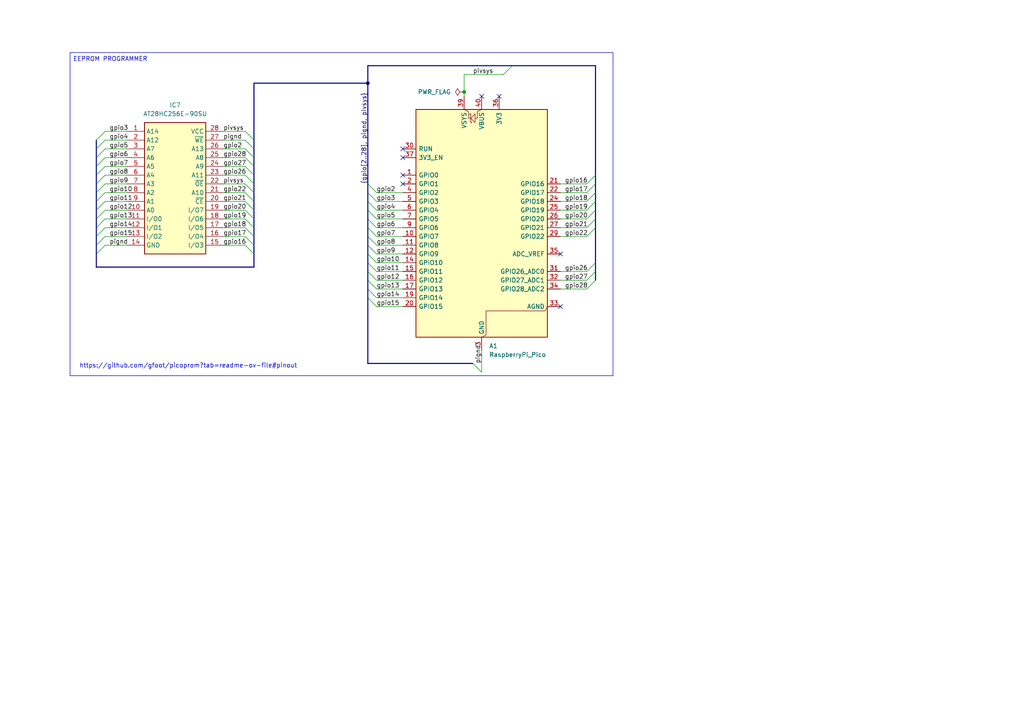
<source format=kicad_sch>
(kicad_sch (version 20250114) (generator "eeschema") (generator_version "9.0")
  (paper "A4")
  (title_block (title "6502 General Purpose Controller - EEPROM Programmer") (date "2025-05-22") (rev "1"))
  (lib_symbols
    (symbol "AT28HC256E-90SU:AT28HC256E-90SU"
      (property "Reference" "IC" (at 24.13 7.62 0))
      (property "Value" "AT28HC256E-90SU" (at 24.13 5.08 0))
      (symbol "AT28HC256E-90SU_1_1"
        (rectangle (start 5.08 2.54) (end 22.86 -35.56) (stroke (width 0.254)) (fill (type background)))
        (pin passive line (at 0 0 0) (length 5.08) (name "A14") (number "1"))
        (pin passive line (at 0 -2.54 0) (length 5.08) (name "A12") (number "2"))
        (pin passive line (at 0 -5.08 0) (length 5.08) (name "A7") (number "3"))
        (pin passive line (at 0 -7.62 0) (length 5.08) (name "A6") (number "4"))
        (pin passive line (at 0 -10.16 0) (length 5.08) (name "A5") (number "5"))
        (pin passive line (at 0 -12.7 0) (length 5.08) (name "A4") (number "6"))
        (pin passive line (at 0 -15.24 0) (length 5.08) (name "A3") (number "7"))
        (pin passive line (at 0 -17.78 0) (length 5.08) (name "A2") (number "8"))
        (pin passive line (at 0 -20.32 0) (length 5.08) (name "A1") (number "9"))
        (pin passive line (at 0 -22.86 0) (length 5.08) (name "A0") (number "10"))
        (pin passive line (at 0 -25.4 0) (length 5.08) (name "I/O0") (number "11"))
        (pin passive line (at 0 -27.94 0) (length 5.08) (name "I/O1") (number "12"))
        (pin passive line (at 0 -30.48 0) (length 5.08) (name "I/O2") (number "13"))
        (pin passive line (at 0 -33.02 0) (length 5.08) (name "GND") (number "14"))
        (pin passive line (at 27.94 0 180) (length 5.08) (name "VCC") (number "28"))
        (pin passive line (at 27.94 -2.54 180) (length 5.08) (name "~{WE}") (number "27"))
        (pin passive line (at 27.94 -5.08 180) (length 5.08) (name "A13") (number "26"))
        (pin passive line (at 27.94 -7.62 180) (length 5.08) (name "A8") (number "25"))
        (pin passive line (at 27.94 -10.16 180) (length 5.08) (name "A9") (number "24"))
        (pin passive line (at 27.94 -12.7 180) (length 5.08) (name "A11") (number "23"))
        (pin passive line (at 27.94 -15.24 180) (length 5.08) (name "~{OE}") (number "22"))
        (pin passive line (at 27.94 -17.78 180) (length 5.08) (name "A10") (number "21"))
        (pin passive line (at 27.94 -20.32 180) (length 5.08) (name "~{CE}") (number "20"))
        (pin passive line (at 27.94 -22.86 180) (length 5.08) (name "I/O7") (number "19"))
        (pin passive line (at 27.94 -25.4 180) (length 5.08) (name "I/O6") (number "18"))
        (pin passive line (at 27.94 -27.94 180) (length 5.08) (name "I/O5") (number "17"))
        (pin passive line (at 27.94 -30.48 180) (length 5.08) (name "I/O4") (number "16"))
        (pin passive line (at 27.94 -33.02 180) (length 5.08) (name "I/O3") (number "15"))
      )
    )
    (symbol "MCU_Module:RaspberryPi_Pico" (pin_names (offset 0.762))
      (property "Reference" "A" (at -19.05 35.56 0))
      (property "Value" "RaspberryPi_Pico" (at 7.62 35.56 0))
      (symbol "RaspberryPi_Pico_0_1"
        (rectangle (start -19.05 34.29) (end 19.05 -31.75) (stroke (width 0.254)) (fill (type background)))
        (polyline (pts (xy -5.08 34.29) (xy -3.81 33.655) (xy -3.81 31.75) (xy -3.175 31.75)))
        (polyline (pts (xy -3.429 32.766) (xy -3.429 33.02) (xy -3.175 33.02) (xy -3.175 30.48) (xy -2.921 30.48) (xy -2.921 30.734)))
        (polyline (pts (xy -3.175 31.75) (xy -1.905 33.02) (xy -1.905 30.48) (xy -3.175 31.75)))
        (polyline (pts (xy 0 34.29) (xy -1.27 33.655) (xy -1.27 31.75) (xy -1.905 31.75)))
        (polyline (pts (xy 0 -31.75) (xy 1.27 -31.115) (xy 1.27 -24.13) (xy 18.415 -24.13) (xy 19.05 -22.86)))
      )
      (symbol "RaspberryPi_Pico_1_1"
        (pin passive line (at -22.86 22.86 0) (length 3.81) (name "RUN") (number "30"))
        (pin passive line (at -22.86 20.32 0) (length 3.81) (name "3V3_EN") (number "37"))
        (pin bidirectional line (at -22.86 15.24 0) (length 3.81) (name "GPIO0") (number "1"))
        (pin bidirectional line (at -22.86 12.7 0) (length 3.81) (name "GPIO1") (number "2"))
        (pin bidirectional line (at -22.86 10.16 0) (length 3.81) (name "GPIO2") (number "4"))
        (pin bidirectional line (at -22.86 7.62 0) (length 3.81) (name "GPIO3") (number "5"))
        (pin bidirectional line (at -22.86 5.08 0) (length 3.81) (name "GPIO4") (number "6"))
        (pin bidirectional line (at -22.86 2.54 0) (length 3.81) (name "GPIO5") (number "7"))
        (pin bidirectional line (at -22.86 0 0) (length 3.81) (name "GPIO6") (number "9"))
        (pin bidirectional line (at -22.86 -2.54 0) (length 3.81) (name "GPIO7") (number "10"))
        (pin bidirectional line (at -22.86 -5.08 0) (length 3.81) (name "GPIO8") (number "11"))
        (pin bidirectional line (at -22.86 -7.62 0) (length 3.81) (name "GPIO9") (number "12"))
        (pin bidirectional line (at -22.86 -10.16 0) (length 3.81) (name "GPIO10") (number "14"))
        (pin bidirectional line (at -22.86 -12.7 0) (length 3.81) (name "GPIO11") (number "15"))
        (pin bidirectional line (at -22.86 -15.24 0) (length 3.81) (name "GPIO12") (number "16"))
        (pin bidirectional line (at -22.86 -17.78 0) (length 3.81) (name "GPIO13") (number "17"))
        (pin bidirectional line (at -22.86 -20.32 0) (length 3.81) (name "GPIO14") (number "19"))
        (pin bidirectional line (at -22.86 -22.86 0) (length 3.81) (name "GPIO15") (number "20"))
        (pin power_in line (at -5.08 38.1 270) (length 3.81) (name "VSYS") (number "39"))
        (pin power_out line (at 0 38.1 270) (length 3.81) (name "VBUS") (number "40"))
        (pin passive line (at 0 -35.56 90) (length 3.81) (hide yes) (name "GND") (number "13"))
        (pin passive line (at 0 -35.56 90) (length 3.81) (hide yes) (name "GND") (number "18"))
        (pin passive line (at 0 -35.56 90) (length 3.81) (hide yes) (name "GND") (number "23"))
        (pin passive line (at 0 -35.56 90) (length 3.81) (hide yes) (name "GND") (number "28"))
        (pin power_out line (at 0 -35.56 90) (length 3.81) (name "GND") (number "3"))
        (pin passive line (at 0 -35.56 90) (length 3.81) (hide yes) (name "GND") (number "38"))
        (pin passive line (at 0 -35.56 90) (length 3.81) (hide yes) (name "GND") (number "8"))
        (pin power_out line (at 5.08 38.1 270) (length 3.81) (name "3V3") (number "36"))
        (pin bidirectional line (at 22.86 12.7 180) (length 3.81) (name "GPIO16") (number "21"))
        (pin bidirectional line (at 22.86 10.16 180) (length 3.81) (name "GPIO17") (number "22"))
        (pin bidirectional line (at 22.86 7.62 180) (length 3.81) (name "GPIO18") (number "24"))
        (pin bidirectional line (at 22.86 5.08 180) (length 3.81) (name "GPIO19") (number "25"))
        (pin bidirectional line (at 22.86 2.54 180) (length 3.81) (name "GPIO20") (number "26"))
        (pin bidirectional line (at 22.86 0 180) (length 3.81) (name "GPIO21") (number "27"))
        (pin bidirectional line (at 22.86 -2.54 180) (length 3.81) (name "GPIO22") (number "29"))
        (pin power_in line (at 22.86 -7.62 180) (length 3.81) (name "ADC_VREF") (number "35"))
        (pin bidirectional line (at 22.86 -12.7 180) (length 3.81) (name "GPIO26_ADC0") (number "31"))
        (pin bidirectional line (at 22.86 -15.24 180) (length 3.81) (name "GPIO27_ADC1") (number "32"))
        (pin bidirectional line (at 22.86 -17.78 180) (length 3.81) (name "GPIO28_ADC2") (number "34"))
        (pin power_out line (at 22.86 -22.86 180) (length 3.81) (name "AGND") (number "33"))
      )
    )
    (symbol "power:PWR_FLAG" (power) (pin_numbers (hide yes)) (pin_names (offset 0) (hide yes))
      (property "Value" "PWR_FLAG" (at 0 3.81 0))
      (symbol "PWR_FLAG_0_0"
        (pin power_out line (at 0 0 90) (length 0) (name "~") (number "1"))
      )
      (symbol "PWR_FLAG_0_1"
        (polyline (pts (xy 0 0) (xy 0 1.27) (xy -1.016 1.905) (xy 0 2.54) (xy 1.016 1.905) (xy 0 1.27)))
      )
    )
  )
  (rectangle (start 20.32 15.24) (end 177.8 108.966))
  (text "EEPROM PROGRAMMER" (at 32.004 17.272 0) (effects (font (size 1.27 1.27))))
  (text "https://github.com/gfoot/picoprom?tab=readme-ov-file#pinout" (at 54.61 106.172 0) (effects (font (size 1.27 1.27))))
  (junction (at 106.68 24.13))
  (junction (at 134.62 26.67))
  (no_connect (at 139.7 27.94))
  (no_connect (at 116.84 50.8))
  (no_connect (at 116.84 45.72))
  (no_connect (at 162.56 88.9))
  (no_connect (at 116.84 43.18))
  (no_connect (at 144.78 27.94))
  (no_connect (at 116.84 53.34))
  (no_connect (at 162.56 73.66))
  (bus_entry (at 30.48 55.88) (size -2.54 2.54))
  (bus_entry (at 71.12 71.12) (size 2.54 2.54))
  (bus_entry (at 109.22 58.42) (size -2.54 -2.54))
  (bus_entry (at 170.18 58.42) (size 2.54 -2.54))
  (bus_entry (at 109.22 60.96) (size -2.54 -2.54))
  (bus_entry (at 71.12 38.1) (size 2.54 2.54))
  (bus_entry (at 30.48 63.5) (size -2.54 2.54))
  (bus_entry (at 71.12 60.96) (size 2.54 2.54))
  (bus_entry (at 71.12 68.58) (size 2.54 2.54))
  (bus_entry (at 30.48 60.96) (size -2.54 2.54))
  (bus_entry (at 109.22 73.66) (size -2.54 -2.54))
  (bus_entry (at 30.48 43.18) (size -2.54 2.54))
  (bus_entry (at 71.12 53.34) (size 2.54 2.54))
  (bus_entry (at 71.12 55.88) (size 2.54 2.54))
  (bus_entry (at 109.22 63.5) (size -2.54 -2.54))
  (bus_entry (at 109.22 86.36) (size -2.54 -2.54))
  (bus_entry (at 109.22 68.58) (size -2.54 -2.54))
  (bus_entry (at 30.48 71.12) (size -2.54 2.54))
  (bus_entry (at 30.48 45.72) (size -2.54 2.54))
  (bus_entry (at 146.05 21.59) (size 2.54 -2.54))
  (bus_entry (at 71.12 40.64) (size 2.54 2.54))
  (bus_entry (at 170.18 55.88) (size 2.54 -2.54))
  (bus_entry (at 71.12 58.42) (size 2.54 2.54))
  (bus_entry (at 170.18 60.96) (size 2.54 -2.54))
  (bus_entry (at 30.48 53.34) (size -2.54 2.54))
  (bus_entry (at 109.22 55.88) (size -2.54 -2.54))
  (bus_entry (at 71.12 43.18) (size 2.54 2.54))
  (bus_entry (at 30.48 38.1) (size -2.54 2.54))
  (bus_entry (at 71.12 45.72) (size 2.54 2.54))
  (bus_entry (at 30.48 66.04) (size -2.54 2.54))
  (bus_entry (at 137.16 105.41) (size 2.54 2.54))
  (bus_entry (at 71.12 50.8) (size 2.54 2.54))
  (bus_entry (at 30.48 48.26) (size -2.54 2.54))
  (bus_entry (at 170.18 81.28) (size 2.54 -2.54))
  (bus_entry (at 109.22 78.74) (size -2.54 -2.54))
  (bus_entry (at 109.22 88.9) (size -2.54 -2.54))
  (bus_entry (at 71.12 63.5) (size 2.54 2.54))
  (bus_entry (at 71.12 48.26) (size 2.54 2.54))
  (bus_entry (at 170.18 83.82) (size 2.54 -2.54))
  (bus_entry (at 30.48 68.58) (size -2.54 2.54))
  (bus_entry (at 109.22 71.12) (size -2.54 -2.54))
  (bus_entry (at 71.12 66.04) (size 2.54 2.54))
  (bus_entry (at 30.48 58.42) (size -2.54 2.54))
  (bus_entry (at 170.18 66.04) (size 2.54 -2.54))
  (bus_entry (at 30.48 40.64) (size -2.54 2.54))
  (bus_entry (at 109.22 76.2) (size -2.54 -2.54))
  (bus_entry (at 30.48 50.8) (size -2.54 2.54))
  (bus_entry (at 106.68 63.5) (size 2.54 2.54))
  (bus_entry (at 170.18 53.34) (size 2.54 -2.54))
  (bus_entry (at 170.18 78.74) (size 2.54 -2.54))
  (bus_entry (at 170.18 68.58) (size 2.54 -2.54))
  (bus_entry (at 109.22 81.28) (size -2.54 -2.54))
  (bus_entry (at 170.18 63.5) (size 2.54 -2.54))
  (bus_entry (at 109.22 83.82) (size -2.54 -2.54))
  (wire (pts (xy 109.22 88.9) (xy 116.84 88.9)))
  (wire (pts (xy 162.56 58.42) (xy 170.18 58.42)))
  (wire (pts (xy 30.48 60.96) (xy 36.83 60.96)))
  (bus (pts (xy 106.68 55.88) (xy 106.68 58.42)))
  (bus (pts (xy 27.94 48.26) (xy 27.94 50.8)))
  (wire (pts (xy 64.77 50.8) (xy 71.12 50.8)))
  (bus (pts (xy 27.94 50.8) (xy 27.94 53.34)))
  (wire (pts (xy 30.48 53.34) (xy 36.83 53.34)))
  (bus (pts (xy 73.66 40.64) (xy 73.66 43.18)))
  (wire (pts (xy 162.56 55.88) (xy 170.18 55.88)))
  (wire (pts (xy 64.77 53.34) (xy 71.12 53.34)))
  (bus (pts (xy 106.68 83.82) (xy 106.68 86.36)))
  (bus (pts (xy 137.16 105.41) (xy 106.68 105.41)))
  (bus (pts (xy 106.68 78.74) (xy 106.68 81.28)))
  (wire (pts (xy 109.22 63.5) (xy 116.84 63.5)))
  (wire (pts (xy 64.77 71.12) (xy 71.12 71.12)))
  (bus (pts (xy 73.66 40.64) (xy 73.66 24.13)))
  (wire (pts (xy 30.48 68.58) (xy 36.83 68.58)))
  (bus (pts (xy 106.68 19.05) (xy 148.59 19.05)))
  (wire (pts (xy 162.56 53.34) (xy 170.18 53.34)))
  (bus (pts (xy 27.94 60.96) (xy 27.94 63.5)))
  (bus (pts (xy 106.68 81.28) (xy 106.68 83.82)))
  (bus (pts (xy 27.94 63.5) (xy 27.94 66.04)))
  (bus (pts (xy 172.72 60.96) (xy 172.72 63.5)))
  (wire (pts (xy 109.22 81.28) (xy 116.84 81.28)))
  (wire (pts (xy 64.77 55.88) (xy 71.12 55.88)))
  (wire (pts (xy 30.48 55.88) (xy 36.83 55.88)))
  (wire (pts (xy 64.77 63.5) (xy 71.12 63.5)))
  (wire (pts (xy 30.48 71.12) (xy 36.83 71.12)))
  (bus (pts (xy 73.66 73.66) (xy 73.66 77.47)))
  (bus (pts (xy 27.94 66.04) (xy 27.94 68.58)))
  (wire (pts (xy 109.22 78.74) (xy 116.84 78.74)))
  (wire (pts (xy 162.56 60.96) (xy 170.18 60.96)))
  (bus (pts (xy 172.72 78.74) (xy 172.72 81.28)))
  (bus (pts (xy 73.66 50.8) (xy 73.66 53.34)))
  (bus (pts (xy 73.66 53.34) (xy 73.66 55.88)))
  (bus (pts (xy 73.66 55.88) (xy 73.66 58.42)))
  (bus (pts (xy 27.94 77.47) (xy 27.94 73.66)))
  (bus (pts (xy 106.68 60.96) (xy 106.68 63.5)))
  (bus (pts (xy 106.68 68.58) (xy 106.68 71.12)))
  (bus (pts (xy 27.94 71.12) (xy 27.94 73.66)))
  (bus (pts (xy 73.66 63.5) (xy 73.66 66.04)))
  (wire (pts (xy 109.22 73.66) (xy 116.84 73.66)))
  (wire (pts (xy 64.77 60.96) (xy 71.12 60.96)))
  (wire (pts (xy 109.22 58.42) (xy 116.84 58.42)))
  (bus (pts (xy 172.72 58.42) (xy 172.72 60.96)))
  (bus (pts (xy 27.94 53.34) (xy 27.94 55.88)))
  (bus (pts (xy 172.72 19.05) (xy 172.72 50.8)))
  (wire (pts (xy 109.22 55.88) (xy 116.84 55.88)))
  (bus (pts (xy 106.68 24.13) (xy 106.68 19.05)))
  (wire (pts (xy 162.56 83.82) (xy 170.18 83.82)))
  (bus (pts (xy 73.66 45.72) (xy 73.66 48.26)))
  (bus (pts (xy 73.66 58.42) (xy 73.66 60.96)))
  (wire (pts (xy 30.48 63.5) (xy 36.83 63.5)))
  (bus (pts (xy 106.68 71.12) (xy 106.68 73.66)))
  (wire (pts (xy 109.22 83.82) (xy 116.84 83.82)))
  (bus (pts (xy 172.72 76.2) (xy 172.72 78.74)))
  (bus (pts (xy 73.66 66.04) (xy 73.66 68.58)))
  (wire (pts (xy 162.56 81.28) (xy 170.18 81.28)))
  (bus (pts (xy 27.94 68.58) (xy 27.94 71.12)))
  (wire (pts (xy 30.48 40.64) (xy 36.83 40.64)))
  (bus (pts (xy 148.59 19.05) (xy 172.72 19.05)))
  (bus (pts (xy 172.72 50.8) (xy 172.72 53.34)))
  (bus (pts (xy 27.94 58.42) (xy 27.94 60.96)))
  (bus (pts (xy 106.68 66.04) (xy 106.68 68.58)))
  (bus (pts (xy 73.66 68.58) (xy 73.66 71.12)))
  (bus (pts (xy 106.68 53.34) (xy 106.68 55.88)))
  (wire (pts (xy 64.77 43.18) (xy 71.12 43.18)))
  (bus (pts (xy 73.66 60.96) (xy 73.66 63.5)))
  (wire (pts (xy 64.77 48.26) (xy 71.12 48.26)))
  (wire (pts (xy 30.48 45.72) (xy 36.83 45.72)))
  (wire (pts (xy 30.48 38.1) (xy 36.83 38.1)))
  (wire (pts (xy 109.22 66.04) (xy 116.84 66.04)))
  (bus (pts (xy 27.94 40.64) (xy 27.94 43.18)))
  (wire (pts (xy 162.56 66.04) (xy 170.18 66.04)))
  (wire (pts (xy 109.22 71.12) (xy 116.84 71.12)))
  (wire (pts (xy 134.62 26.67) (xy 134.62 21.59)))
  (bus (pts (xy 172.72 63.5) (xy 172.72 66.04)))
  (bus (pts (xy 106.68 58.42) (xy 106.68 60.96)))
  (bus (pts (xy 106.68 73.66) (xy 106.68 76.2)))
  (wire (pts (xy 64.77 66.04) (xy 71.12 66.04)))
  (wire (pts (xy 134.62 27.94) (xy 134.62 26.67)))
  (bus (pts (xy 172.72 66.04) (xy 172.72 76.2)))
  (wire (pts (xy 64.77 58.42) (xy 71.12 58.42)))
  (bus (pts (xy 106.68 24.13) (xy 106.68 53.34)))
  (bus (pts (xy 172.72 53.34) (xy 172.72 55.88)))
  (bus (pts (xy 73.66 24.13) (xy 106.68 24.13)))
  (wire (pts (xy 64.77 45.72) (xy 71.12 45.72)))
  (wire (pts (xy 64.77 38.1) (xy 71.12 38.1)))
  (bus (pts (xy 106.68 105.41) (xy 106.68 86.36)))
  (bus (pts (xy 172.72 55.88) (xy 172.72 58.42)))
  (wire (pts (xy 134.62 21.59) (xy 146.05 21.59)))
  (wire (pts (xy 162.56 68.58) (xy 170.18 68.58)))
  (wire (pts (xy 30.48 58.42) (xy 36.83 58.42)))
  (wire (pts (xy 109.22 76.2) (xy 116.84 76.2)))
  (wire (pts (xy 109.22 86.36) (xy 116.84 86.36)))
  (wire (pts (xy 30.48 43.18) (xy 36.83 43.18)))
  (bus (pts (xy 27.94 55.88) (xy 27.94 58.42)))
  (bus (pts (xy 27.94 45.72) (xy 27.94 48.26)))
  (wire (pts (xy 64.77 68.58) (xy 71.12 68.58)))
  (wire (pts (xy 139.7 101.6) (xy 139.7 107.95)))
  (bus (pts (xy 73.66 48.26) (xy 73.66 50.8)))
  (wire (pts (xy 109.22 68.58) (xy 116.84 68.58)))
  (bus (pts (xy 106.68 63.5) (xy 106.68 66.04)))
  (wire (pts (xy 109.22 60.96) (xy 116.84 60.96)))
  (wire (pts (xy 30.48 48.26) (xy 36.83 48.26)))
  (wire (pts (xy 30.48 50.8) (xy 36.83 50.8)))
  (wire (pts (xy 162.56 63.5) (xy 170.18 63.5)))
  (bus (pts (xy 27.94 43.18) (xy 27.94 45.72)))
  (bus (pts (xy 73.66 71.12) (xy 73.66 73.66)))
  (bus (pts (xy 106.68 76.2) (xy 106.68 78.74)))
  (wire (pts (xy 64.77 40.64) (xy 71.12 40.64)))
  (wire (pts (xy 30.48 66.04) (xy 36.83 66.04)))
  (bus (pts (xy 73.66 77.47) (xy 27.94 77.47)))
  (bus (pts (xy 73.66 43.18) (xy 73.66 45.72)))
  (wire (pts (xy 162.56 78.74) (xy 170.18 78.74)))
  (label "gpio20" (at 64.77 60.96 0))
  (label "gpio12" (at 109.22 81.28 0))
  (label "gpio10" (at 31.75 55.88 0))
  (label "gpio14" (at 31.75 66.04 0))
  (label "gpio8" (at 31.75 50.8 0))
  (label "gpio27" (at 163.83 81.28 0))
  (label "gpio5" (at 31.75 43.18 0))
  (label "gpio11" (at 31.75 58.42 0))
  (label "gpio21" (at 163.83 66.04 0))
  (label "gpio4" (at 31.75 40.64 0))
  (label "pignd" (at 31.75 71.12 0))
  (label "gpio26" (at 64.77 50.8 0))
  (label "gpio9" (at 31.75 53.34 0))
  (label "gpio19" (at 163.83 60.96 0))
  (label "gpio21" (at 64.77 58.42 0))
  (label "gpio28" (at 163.83 83.82 0))
  (label "gpio22" (at 64.77 55.88 0))
  (label "gpio2" (at 109.22 55.88 0))
  (label "gpio15" (at 109.22 88.9 0))
  (label "pivsys" (at 64.77 53.34 0))
  (label "gpio2" (at 64.77 43.18 0))
  (label "gpio17" (at 64.77 68.58 0))
  (label "gpio9" (at 109.22 73.66 0))
  (label "gpio6" (at 109.22 66.04 0))
  (label "gpio20" (at 163.83 63.5 0))
  (label "gpio18" (at 64.77 66.04 0))
  (label "gpio13" (at 31.75 63.5 0))
  (label "pignd" (at 64.77 40.64 0))
  (label "gpio14" (at 109.22 86.36 0))
  (label "gpio13" (at 109.22 83.82 0))
  (label "gpio19" (at 64.77 63.5 0))
  (label "gpio16" (at 64.77 71.12 0))
  (label "gpio11" (at 109.22 78.74 0))
  (label "{gpio[2..28], pignd, pivsys}" (at 106.68 53.34 90))
  (label "gpio7" (at 31.75 48.26 0))
  (label "gpio12" (at 31.75 60.96 0))
  (label "gpio6" (at 31.75 45.72 0))
  (label "gpio28" (at 64.77 45.72 0))
  (label "pivsys" (at 64.77 38.1 0))
  (label "gpio27" (at 64.77 48.26 0))
  (label "gpio8" (at 109.22 71.12 0))
  (label "gpio22" (at 163.83 68.58 0))
  (label "pignd" (at 139.7 105.41 90))
  (label "gpio15" (at 31.75 68.58 0))
  (label "gpio3" (at 31.75 38.1 0))
  (label "gpio26" (at 163.83 78.74 0))
  (label "gpio3" (at 109.22 58.42 0))
  (label "gpio7" (at 109.22 68.58 0))
  (label "gpio17" (at 163.83 55.88 0))
  (label "pivsys" (at 137.16 21.59 0))
  (label "gpio5" (at 109.22 63.5 0))
  (label "gpio10" (at 109.22 76.2 0))
  (label "gpio4" (at 109.22 60.96 0))
  (label "gpio18" (at 163.83 58.42 0))
  (label "gpio16" (at 163.83 53.34 0))
  (symbol (lib_id "MCU_Module:RaspberryPi_Pico") (at 139.7 66.04 0) (unit 1)
    (property "Reference" "A1" (at 141.8433 100.33 0) (effects (justify left)))
    (property "Value" "RaspberryPi_Pico" (at 141.8433 102.87 0) (effects (justify left)))
    (property "Datasheet" "https://datasheets.raspberrypi.com/pico/pico-datasheet.pdf" (effects (hide yes)))
    (property "Description" "Versatile and inexpensive microcontroller module powered by RP2040 dual-core Arm Cortex-M0+ processor up to 133 MHz, 264kB SRAM, 2MB QSPI flash; also supports Raspberry Pi Pico 2" (effects (hide yes)))
  )
  (symbol (lib_id "AT28HC256E-90SU:AT28HC256E-90SU") (at 36.83 38.1 0) (unit 1)
    (property "Reference" "IC7" (at 50.8 30.48 0))
    (property "Value" "AT28HC256E-90SU" (at 50.8 33.02 0))
    (property "Datasheet" "https://componentsearchengine.com/Datasheets/1/AT28HC256E-90SU.pdf" (effects (hide yes)))
    (property "Description" "EEPROM 256K HI-ENDURANCE SDP - 90NS IND TEMP" (effects (hide yes)))
    (property "Height" "2.65" (effects (hide yes)))
    (property "Mouser Part Number" "556-AT28HC256E90SU" (effects (hide yes)))
    (property "Mouser Price/Stock" "https://www.mouser.com/Search/Refine.aspx?Keyword=556-AT28HC256E90SU" (effects (hide yes)))
    (property "Manufacturer_Name" "Microchip" (effects (hide yes)))
    (property "Manufacturer_Part_Number" "AT28HC256E-90SU" (effects (hide yes)))
  )
  (symbol (lib_id "power:PWR_FLAG") (at 134.62 26.67 90) (unit 1)
    (property "Reference" "#FLG01" (effects (hide yes)))
    (property "Value" "PWR_FLAG" (at 130.81 26.6699 90) (effects (justify left)))
    (property "Description" "Special symbol for telling ERC where power comes from" (effects (hide yes)))
  )
)
</source>
